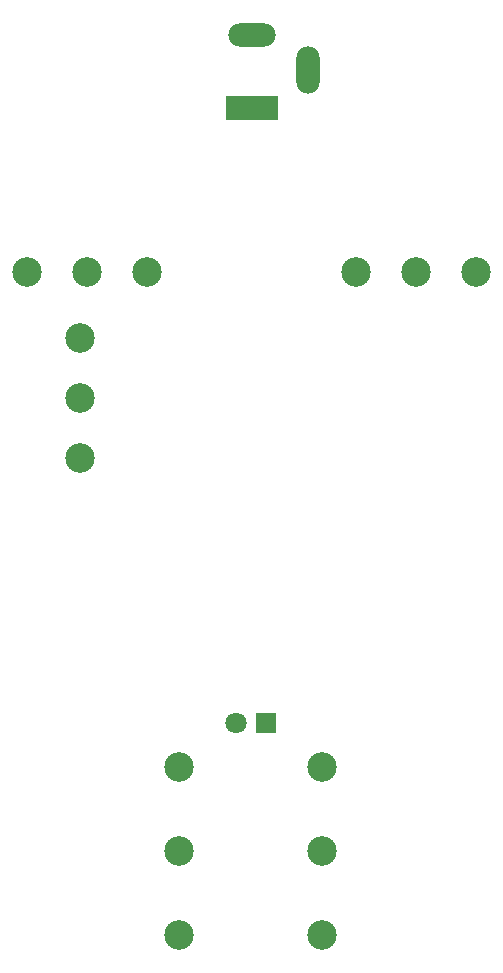
<source format=gbr>
%TF.GenerationSoftware,KiCad,Pcbnew,7.0.1*%
%TF.CreationDate,2023-11-18T18:10:11+02:00*%
%TF.ProjectId,Dille,44696c6c-652e-46b6-9963-61645f706362,rev?*%
%TF.SameCoordinates,Original*%
%TF.FileFunction,Soldermask,Bot*%
%TF.FilePolarity,Negative*%
%FSLAX46Y46*%
G04 Gerber Fmt 4.6, Leading zero omitted, Abs format (unit mm)*
G04 Created by KiCad (PCBNEW 7.0.1) date 2023-11-18 18:10:11*
%MOMM*%
%LPD*%
G01*
G04 APERTURE LIST*
%ADD10C,2.500000*%
%ADD11R,1.800000X1.800000*%
%ADD12C,1.800000*%
%ADD13R,4.500000X2.000000*%
%ADD14O,4.000000X2.000000*%
%ADD15O,2.000000X4.000000*%
G04 APERTURE END LIST*
D10*
%TO.C,RV2*%
X88080000Y-67340000D03*
X83000000Y-67340000D03*
X77920000Y-67340000D03*
%TD*%
%TO.C,RV3*%
X60180000Y-67340000D03*
X55100000Y-67340000D03*
X50020000Y-67340000D03*
%TD*%
%TO.C,SW2*%
X62950000Y-123460000D03*
X62950000Y-116360000D03*
X62950000Y-109260000D03*
X75050000Y-109260000D03*
X75050000Y-116360000D03*
X75050000Y-123460000D03*
%TD*%
%TO.C,RV1*%
X54500000Y-83080000D03*
X54500000Y-78000000D03*
X54500000Y-72920000D03*
%TD*%
D11*
%TO.C,D3*%
X70275000Y-105500000D03*
D12*
X67735000Y-105500000D03*
%TD*%
D13*
%TO.C,J1*%
X69100000Y-53450000D03*
D14*
X69100000Y-47250000D03*
D15*
X73800000Y-50250000D03*
%TD*%
M02*

</source>
